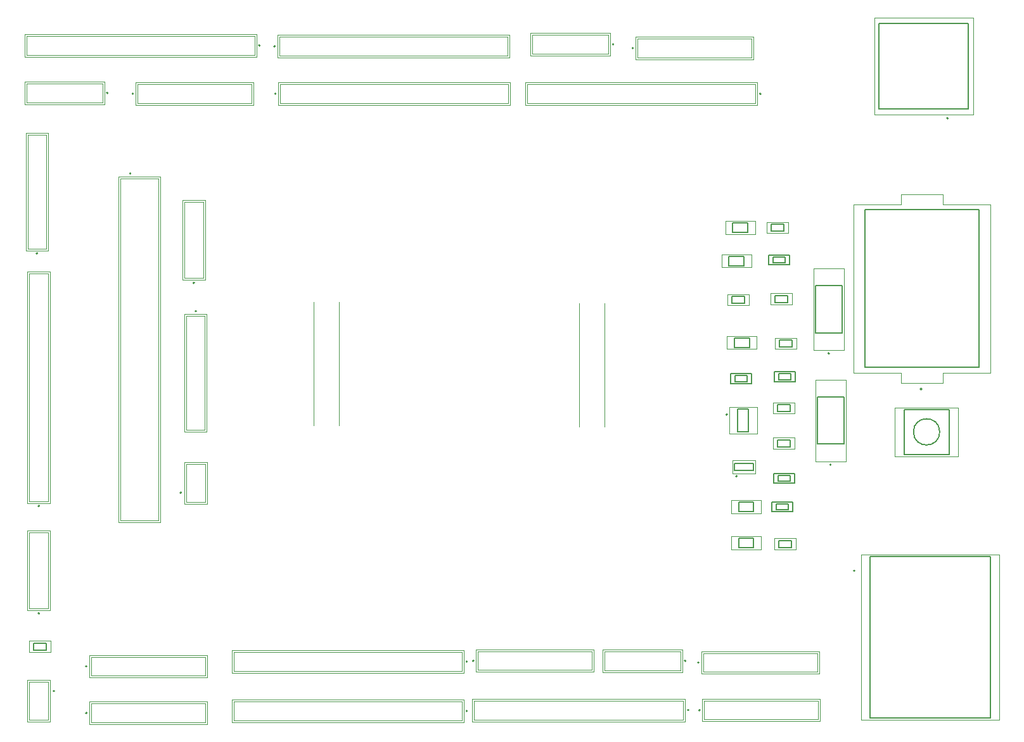
<source format=gbp>
G04*
G04 #@! TF.GenerationSoftware,Altium Limited,Altium Designer,22.1.2 (22)*
G04*
G04 Layer_Color=128*
%FSLAX25Y25*%
%MOIN*%
G70*
G04*
G04 #@! TF.SameCoordinates,2E2365BE-A05A-434A-80F0-4BE633B458EC*
G04*
G04*
G04 #@! TF.FilePolarity,Positive*
G04*
G01*
G75*
%ADD10C,0.00787*%
%ADD11C,0.00500*%
%ADD12C,0.00394*%
%ADD14C,0.00197*%
D10*
X629953Y348500D02*
G03*
X629953Y348500I-394J0D01*
G01*
X728433Y335610D02*
G03*
X728433Y335610I-394J0D01*
G01*
X332894Y234059D02*
G03*
X332894Y234059I-394J0D01*
G01*
X275335Y22500D02*
G03*
X275335Y22500I-394J0D01*
G01*
X298394Y306559D02*
G03*
X298394Y306559I-394J0D01*
G01*
X366453Y374000D02*
G03*
X366453Y374000I-394J0D01*
G01*
X331894Y248941D02*
G03*
X331894Y248941I-394J0D01*
G01*
X597335Y49000D02*
G03*
X597335Y49000I-394J0D01*
G01*
X275335Y47000D02*
G03*
X275335Y47000I-394J0D01*
G01*
X374835Y348500D02*
G03*
X374835Y348500I-394J0D01*
G01*
X374335Y373500D02*
G03*
X374335Y373500I-394J0D01*
G01*
X679312Y97303D02*
G03*
X679312Y97303I-394J0D01*
G01*
X552453Y374500D02*
G03*
X552453Y374500I-394J0D01*
G01*
X617425Y147153D02*
G03*
X617425Y147153I-394J0D01*
G01*
X562835Y372500D02*
G03*
X562835Y372500I-394J0D01*
G01*
X714663Y192967D02*
G03*
X714663Y192967I-557J0D01*
G01*
X286453Y349000D02*
G03*
X286453Y349000I-394J0D01*
G01*
X258268Y34000D02*
G03*
X258268Y34000I-394J0D01*
G01*
X590453Y50000D02*
G03*
X590453Y50000I-394J0D01*
G01*
X249394Y264441D02*
G03*
X249394Y264441I-394J0D01*
G01*
X475453Y49500D02*
G03*
X475453Y49500I-394J0D01*
G01*
X597835Y24000D02*
G03*
X597835Y24000I-394J0D01*
G01*
X612232Y179650D02*
G03*
X612232Y179650I-394J0D01*
G01*
X478835Y50000D02*
G03*
X478835Y50000I-394J0D01*
G01*
X666894Y153232D02*
G03*
X666894Y153232I-394J0D01*
G01*
X665894Y211732D02*
G03*
X665894Y211732I-394J0D01*
G01*
X591953Y24000D02*
G03*
X591953Y24000I-394J0D01*
G01*
X475453Y23500D02*
G03*
X475453Y23500I-394J0D01*
G01*
X250394Y74941D02*
G03*
X250394Y74941I-394J0D01*
G01*
X299835Y348500D02*
G03*
X299835Y348500I-394J0D01*
G01*
X250394Y131441D02*
G03*
X250394Y131441I-394J0D01*
G01*
X325020Y138500D02*
G03*
X325020Y138500I-394J0D01*
G01*
D11*
X723910Y170500D02*
G03*
X723910Y170500I-6909J0D01*
G01*
X615937Y215039D02*
X623811D01*
X615937Y219961D02*
X623811D01*
Y215039D02*
Y219961D01*
X615937Y215039D02*
Y219961D01*
X639732Y215150D02*
Y218850D01*
X646268Y215150D02*
Y218850D01*
X639732D02*
X646268D01*
X639732Y215150D02*
X646268D01*
X614732Y238150D02*
Y241850D01*
X621268Y238150D02*
Y241850D01*
X614732D02*
X621268D01*
X614732Y238150D02*
X621268D01*
X637232Y238650D02*
Y242350D01*
X643768Y238650D02*
Y242350D01*
X637232D02*
X643768D01*
X637232Y238650D02*
X643768D01*
X738965Y340532D02*
Y385610D01*
X691917D02*
X738965D01*
X691917Y340532D02*
Y385610D01*
Y340532D02*
X738965D01*
X639220Y109650D02*
X645756D01*
X639220Y113350D02*
X645756D01*
Y109650D02*
Y113350D01*
X639220Y109650D02*
Y113350D01*
X687206Y104980D02*
X750710D01*
Y19980D02*
Y104980D01*
X687206Y19980D02*
X750710D01*
X687206D02*
Y104980D01*
X636350Y259425D02*
Y262575D01*
X642650Y259425D02*
Y262575D01*
X636350D02*
X642650D01*
X636350Y259425D02*
X642650D01*
X616047Y150106D02*
Y154043D01*
X625890D01*
Y150106D02*
Y154043D01*
X616047Y150106D02*
X625890D01*
X635244Y276150D02*
X641780D01*
X635244Y279850D02*
X641780D01*
Y276150D02*
Y279850D01*
X635244Y276150D02*
Y279850D01*
X638744Y181150D02*
X645280D01*
X638744Y184850D02*
X645280D01*
Y181150D02*
Y184850D01*
X638744Y181150D02*
Y184850D01*
X638732Y162650D02*
X645268D01*
X638732Y166350D02*
X645268D01*
Y162650D02*
Y166350D01*
X638732Y162650D02*
Y166350D01*
X638850Y144425D02*
Y147575D01*
X645150Y144425D02*
Y147575D01*
X638850D02*
X645150D01*
X638850Y144425D02*
X645150D01*
X637898Y129425D02*
Y132575D01*
X644197Y129425D02*
Y132575D01*
X637898D02*
X644197D01*
X637898Y129425D02*
X644197D01*
X684500Y204424D02*
Y287416D01*
X744500D01*
Y204424D02*
Y287416D01*
X684500Y204424D02*
X744500D01*
X618189Y109539D02*
Y114461D01*
X626063Y109539D02*
Y114461D01*
X618189D02*
X626063D01*
X618189Y109539D02*
X626063D01*
X705209Y158709D02*
Y182291D01*
Y158709D02*
X728791D01*
Y182291D01*
X705209D02*
X728791D01*
X618189Y128539D02*
Y133461D01*
X626063Y128539D02*
Y133461D01*
X618189D02*
X626063D01*
X618189Y128539D02*
X626063D01*
X617744Y170594D02*
Y182405D01*
Y170594D02*
X623256D01*
Y182405D01*
X617744D02*
X623256D01*
X616303Y196925D02*
Y200075D01*
X622602Y196925D02*
Y200075D01*
X616303D02*
X622602D01*
X616303Y196925D02*
X622602D01*
X613063Y258039D02*
Y262961D01*
X620937Y258039D02*
Y262961D01*
X613063D02*
X620937D01*
X613063Y258039D02*
X620937D01*
X659453Y164098D02*
Y188902D01*
X673547D01*
Y164098D02*
Y188902D01*
X659453Y164098D02*
X673547D01*
X658453Y222598D02*
Y247402D01*
X672547D01*
Y222598D02*
Y247402D01*
X658453Y222598D02*
X672547D01*
X615063Y275539D02*
Y280461D01*
X622937Y275539D02*
Y280461D01*
X615063D02*
X622937D01*
X615063Y275539D02*
X622937D01*
X639350Y197925D02*
Y201075D01*
X645650Y197925D02*
Y201075D01*
X639350D02*
X645650D01*
X639350Y197925D02*
X645650D01*
X247232Y55650D02*
X253768D01*
X247232Y59350D02*
X253768D01*
Y55650D02*
Y59350D01*
X247232Y55650D02*
Y59350D01*
X633988Y263559D02*
X645012D01*
Y258441D02*
Y263559D01*
X633988Y258441D02*
Y263559D01*
Y258441D02*
X645012D01*
X636488Y148559D02*
X647512D01*
Y143441D02*
Y148559D01*
X636488Y143441D02*
Y148559D01*
Y143441D02*
X647512D01*
X635535Y133559D02*
X646559D01*
Y128441D02*
Y133559D01*
X635535Y128441D02*
Y133559D01*
Y128441D02*
X646559D01*
X613941Y201059D02*
X624965D01*
Y195941D02*
Y201059D01*
X613941Y195941D02*
Y201059D01*
Y195941D02*
X624965D01*
X636988Y202059D02*
X648012D01*
Y196941D02*
Y202059D01*
X636988Y196941D02*
Y202059D01*
Y196941D02*
X648012D01*
D12*
X627000Y343500D02*
Y353500D01*
X507000Y343500D02*
X627000D01*
X507000D02*
Y353500D01*
X627000D01*
X407960Y173884D02*
Y238850D01*
X394646Y173884D02*
Y238848D01*
X337400Y171500D02*
Y231500D01*
X327600D02*
X337400D01*
X327600Y171500D02*
Y231500D01*
Y171500D02*
X337400D01*
X277500Y27400D02*
X337500D01*
X277500Y17600D02*
Y27400D01*
Y17600D02*
X337500D01*
Y27400D01*
X293000Y124000D02*
Y304000D01*
Y124000D02*
X313000D01*
Y304000D01*
X293000D02*
X313000D01*
X243500Y379000D02*
X363500D01*
X243500Y369000D02*
Y379000D01*
Y369000D02*
X363500D01*
Y379000D01*
X326500Y251500D02*
X336500D01*
X326500D02*
Y291500D01*
X336500D01*
Y251500D02*
Y291500D01*
X659500Y44100D02*
Y53900D01*
X599500Y44100D02*
X659500D01*
X599500D02*
Y53900D01*
X659500D01*
X337500Y42100D02*
Y51900D01*
X277500Y42100D02*
X337500D01*
X277500D02*
Y51900D01*
X337500D01*
X377000Y343500D02*
Y353500D01*
X497000D01*
Y343500D02*
Y353500D01*
X377000Y343500D02*
X497000D01*
X376500Y368500D02*
Y378500D01*
X496500D01*
Y368500D02*
Y378500D01*
X376500Y368500D02*
X496500D01*
X549500Y369500D02*
Y379500D01*
X509500Y369500D02*
X549500D01*
X509500D02*
Y379500D01*
X549500D01*
X547460Y173227D02*
Y238192D01*
X534146Y173227D02*
Y238191D01*
X625000Y367600D02*
Y377400D01*
X565000Y367600D02*
X625000D01*
X565000D02*
Y377400D01*
X625000D01*
X283500Y344000D02*
Y354000D01*
X243500Y344000D02*
X283500D01*
X243500D02*
Y354000D01*
X283500D01*
X245000Y39000D02*
X255000D01*
Y19000D02*
Y39000D01*
X245000Y19000D02*
X255000D01*
X245000D02*
Y39000D01*
X587500Y45000D02*
Y55000D01*
X547500Y45000D02*
X587500D01*
X547500D02*
Y55000D01*
X587500D01*
X244100Y327000D02*
X253900D01*
Y267000D02*
Y327000D01*
X244100Y267000D02*
X253900D01*
X244100D02*
Y327000D01*
X472500Y44500D02*
Y54500D01*
X352500Y44500D02*
X472500D01*
X352500D02*
Y54500D01*
X472500D01*
X660000Y19100D02*
Y28900D01*
X600000Y19100D02*
X660000D01*
X600000D02*
Y28900D01*
X660000D01*
X541000Y45100D02*
Y54900D01*
X481000Y45100D02*
X541000D01*
X481000D02*
Y54900D01*
X541000D01*
X479000Y19000D02*
Y29000D01*
X589000D01*
Y19000D02*
Y29000D01*
X479000Y19000D02*
X589000D01*
X479000D02*
Y29000D01*
X589000D01*
Y19000D02*
Y29000D01*
X472500Y18500D02*
Y28500D01*
X352500Y18500D02*
X472500D01*
X352500D02*
Y28500D01*
X472500D01*
X245000Y77500D02*
X255000D01*
X245000D02*
Y117500D01*
X255000D01*
Y77500D02*
Y117500D01*
X362000Y343600D02*
Y353400D01*
X302000Y343600D02*
X362000D01*
X302000D02*
Y353400D01*
X362000D01*
X245000Y134000D02*
X255000D01*
X245000D02*
Y254000D01*
X255000D01*
Y134000D02*
Y254000D01*
X327500Y133500D02*
X337500D01*
X327500D02*
Y153500D01*
X337500D01*
Y133500D02*
Y153500D01*
D14*
X627984Y342516D02*
Y354484D01*
X506016Y342516D02*
X627984D01*
X506016D02*
Y354484D01*
X627984D01*
X612000Y220945D02*
X627748D01*
Y214055D02*
Y220945D01*
X612000Y214055D02*
X627748D01*
X612000D02*
Y220945D01*
X648685Y214087D02*
Y219913D01*
X637315Y214087D02*
Y219913D01*
X648685D01*
X637315Y214087D02*
X648685D01*
X623685Y237087D02*
Y242913D01*
X612315Y237087D02*
Y242913D01*
X623685D01*
X612315Y237087D02*
X623685D01*
X646185Y237587D02*
Y243413D01*
X634815Y237587D02*
Y243413D01*
X646185D01*
X634815Y237587D02*
X646185D01*
X689457Y388563D02*
X741622D01*
Y337579D02*
Y388563D01*
X689457Y337579D02*
X741622D01*
X689457D02*
Y388563D01*
X338384Y170516D02*
Y232484D01*
X326616D02*
X338384D01*
X326616Y170516D02*
Y232484D01*
Y170516D02*
X338384D01*
X276516Y28384D02*
X338484D01*
X276516Y16616D02*
Y28384D01*
Y16616D02*
X338484D01*
Y28384D01*
X292016Y123016D02*
Y304984D01*
Y123016D02*
X313984D01*
Y304984D01*
X292016D02*
X313984D01*
X242516Y379984D02*
X364484D01*
X242516Y368016D02*
Y379984D01*
Y368016D02*
X364484D01*
Y379984D01*
X325516Y250516D02*
X337484D01*
X325516D02*
Y292484D01*
X337484D01*
Y250516D02*
Y292484D01*
X660484Y43116D02*
Y54884D01*
X598516Y43116D02*
X660484D01*
X598516D02*
Y54884D01*
X660484D01*
X338484Y41116D02*
Y52884D01*
X276516Y41116D02*
X338484D01*
X276516D02*
Y52884D01*
X338484D01*
X636803Y108587D02*
X648173D01*
X636803Y114413D02*
X648173D01*
X636803Y108587D02*
Y114413D01*
X648173Y108587D02*
Y114413D01*
X376016Y342516D02*
Y354484D01*
X497984D01*
Y342516D02*
Y354484D01*
X376016Y342516D02*
X497984D01*
X375516Y367516D02*
Y379484D01*
X497484D01*
Y367516D02*
Y379484D01*
X375516Y367516D02*
X497484D01*
X682540Y105965D02*
X755375D01*
Y18996D02*
Y105965D01*
X682540Y18996D02*
X755375D01*
X682540D02*
Y105965D01*
X550484Y368516D02*
Y380484D01*
X508516Y368516D02*
X550484D01*
X508516D02*
Y380484D01*
X550484D01*
X615063Y148531D02*
Y155618D01*
X626874D01*
Y148531D02*
Y155618D01*
X615063Y148531D02*
X626874D01*
X632827Y275087D02*
X644197D01*
X632827Y280913D02*
X644197D01*
X632827Y275087D02*
Y280913D01*
X644197Y275087D02*
Y280913D01*
X636327Y180087D02*
X647697D01*
X636327Y185913D02*
X647697D01*
X636327Y180087D02*
Y185913D01*
X647697Y180087D02*
Y185913D01*
X636315Y161587D02*
X647685D01*
X636315Y167413D02*
X647685D01*
X636315Y161587D02*
Y167413D01*
X647685Y161587D02*
Y167413D01*
X625984Y366616D02*
Y378384D01*
X564016Y366616D02*
X625984D01*
X564016D02*
Y378384D01*
X625984D01*
X678516Y201629D02*
Y290212D01*
X703476D01*
Y295625D01*
X725524D01*
Y290212D02*
Y295625D01*
Y290212D02*
X750484D01*
Y201629D02*
Y290212D01*
X725524Y201629D02*
X750484D01*
X725524Y196215D02*
Y201629D01*
X703476Y196215D02*
X725524D01*
X703476D02*
Y201629D01*
X678516D02*
X703476D01*
X284484Y343016D02*
Y354984D01*
X242516Y343016D02*
X284484D01*
X242516D02*
Y354984D01*
X284484D01*
X255984Y18016D02*
Y39984D01*
X244016Y18016D02*
X255984D01*
X244016D02*
Y39984D01*
X255984D01*
X588484Y44016D02*
Y55984D01*
X546516Y44016D02*
X588484D01*
X546516D02*
Y55984D01*
X588484D01*
X243116Y327984D02*
X254884D01*
Y266016D02*
Y327984D01*
X243116Y266016D02*
X254884D01*
X243116D02*
Y327984D01*
X614252Y108555D02*
Y115445D01*
Y108555D02*
X630000D01*
Y115445D01*
X614252D02*
X630000D01*
X473484Y43516D02*
Y55484D01*
X351516Y43516D02*
X473484D01*
X351516D02*
Y55484D01*
X473484D01*
X700268Y157705D02*
Y183295D01*
Y157705D02*
X733732D01*
Y183295D01*
X700268D02*
X733732D01*
X660984Y18116D02*
Y29884D01*
X599016Y18116D02*
X660984D01*
X599016D02*
Y29884D01*
X660984D01*
X614252Y127555D02*
Y134445D01*
Y127555D02*
X630000D01*
Y134445D01*
X614252D02*
X630000D01*
X613177Y183390D02*
X627823D01*
Y169610D02*
Y183390D01*
X613177Y169610D02*
X627823D01*
X613177D02*
Y183390D01*
X541984Y44116D02*
Y55884D01*
X480016Y44116D02*
X541984D01*
X480016D02*
Y55884D01*
X541984D01*
X609126Y257055D02*
Y263945D01*
Y257055D02*
X624874D01*
Y263945D01*
X609126D02*
X624874D01*
X658469Y155043D02*
Y197957D01*
X674532D01*
Y155043D02*
Y197957D01*
X658469Y155043D02*
X674532D01*
X657469Y213543D02*
Y256457D01*
X673532D01*
Y213543D02*
Y256457D01*
X657469Y213543D02*
X673532D01*
X478016Y18016D02*
Y29984D01*
X589984D01*
Y18016D02*
Y29984D01*
X478016Y18016D02*
X589984D01*
X611126Y274555D02*
Y281445D01*
Y274555D02*
X626874D01*
Y281445D01*
X611126D02*
X626874D01*
X473484Y17516D02*
Y29484D01*
X351516Y17516D02*
X473484D01*
X351516D02*
Y29484D01*
X473484D01*
X244016Y76516D02*
X255984D01*
X244016D02*
Y118484D01*
X255984D01*
Y76516D02*
Y118484D01*
X244815Y54587D02*
X256185D01*
X244815Y60413D02*
X256185D01*
X244815Y54587D02*
Y60413D01*
X256185Y54587D02*
Y60413D01*
X362984Y342616D02*
Y354384D01*
X301016Y342616D02*
X362984D01*
X301016D02*
Y354384D01*
X362984D01*
X244016Y133016D02*
X255984D01*
X244016D02*
Y254984D01*
X255984D01*
Y133016D02*
Y254984D01*
X326516Y132516D02*
Y154484D01*
X338484D01*
Y132516D02*
Y154484D01*
X326516Y132516D02*
X338484D01*
M02*

</source>
